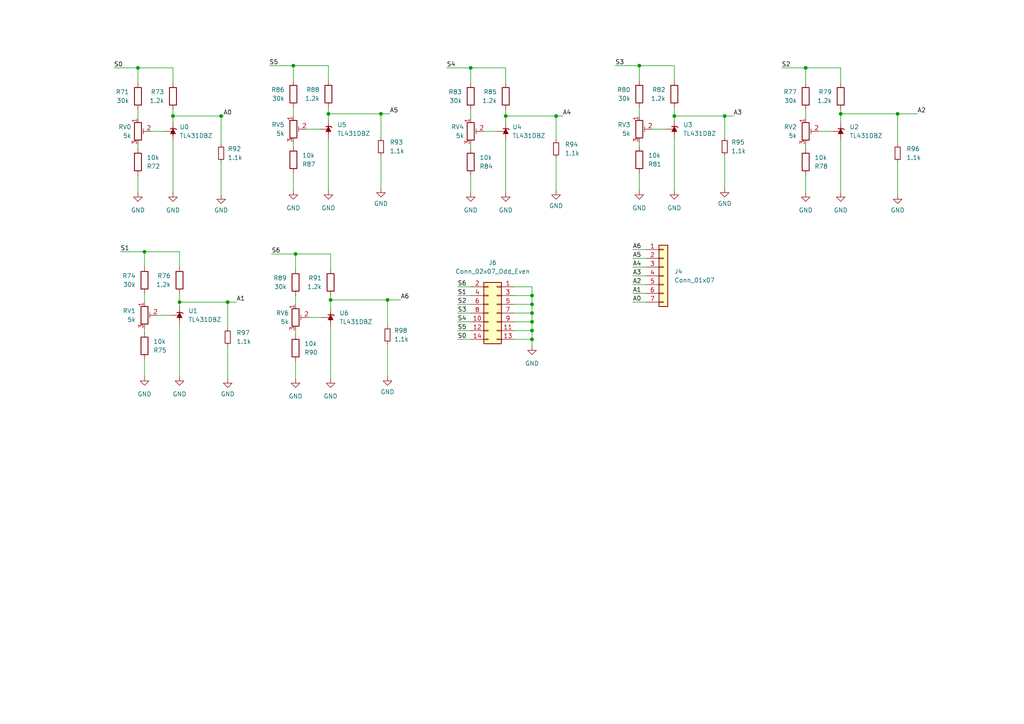
<source format=kicad_sch>
(kicad_sch (version 20211123) (generator eeschema)
  (paper "A4")
  (lib_symbols
    (symbol "Connector_Generic:Conn_01x07" (pin_names (offset 1.016) hide)
      (property "Reference" "J" (at 0 10.16 0))
      (property "Value" "Conn_01x07" (at 0 -10.16 0))
      (symbol "Conn_01x07_1_1"
        (rectangle (start -1.27 -7.493) (end 0 -7.747) (stroke (width 0.1524)))
        (rectangle (start -1.27 -4.953) (end 0 -5.207) (stroke (width 0.1524)))
        (rectangle (start -1.27 -2.413) (end 0 -2.667) (stroke (width 0.1524)))
        (rectangle (start -1.27 0.127) (end 0 -0.127) (stroke (width 0.1524)))
        (rectangle (start -1.27 2.667) (end 0 2.413) (stroke (width 0.1524)))
        (rectangle (start -1.27 5.207) (end 0 4.953) (stroke (width 0.1524)))
        (rectangle (start -1.27 7.747) (end 0 7.493) (stroke (width 0.1524)))
        (rectangle (start -1.27 8.89) (end 1.27 -8.89) (stroke (width 0.254)) (fill (type background)))
        (pin passive line (at -5.08 7.62 0) (length 3.81) (name "Pin_1") (number "1"))
        (pin passive line (at -5.08 5.08 0) (length 3.81) (name "Pin_2") (number "2"))
        (pin passive line (at -5.08 2.54 0) (length 3.81) (name "Pin_3") (number "3"))
        (pin passive line (at -5.08 0 0) (length 3.81) (name "Pin_4") (number "4"))
        (pin passive line (at -5.08 -2.54 0) (length 3.81) (name "Pin_5") (number "5"))
        (pin passive line (at -5.08 -5.08 0) (length 3.81) (name "Pin_6") (number "6"))
        (pin passive line (at -5.08 -7.62 0) (length 3.81) (name "Pin_7") (number "7"))
      )
    )
    (symbol "Connector_Generic:Conn_02x07_Odd_Even" (pin_names (offset 1.016) hide)
      (property "Reference" "J" (at 1.27 10.16 0))
      (property "Value" "Conn_02x07_Odd_Even" (at 1.27 -10.16 0))
      (symbol "Conn_02x07_Odd_Even_1_1"
        (rectangle (start -1.27 -7.493) (end 0 -7.747) (stroke (width 0.1524)))
        (rectangle (start -1.27 -4.953) (end 0 -5.207) (stroke (width 0.1524)))
        (rectangle (start -1.27 -2.413) (end 0 -2.667) (stroke (width 0.1524)))
        (rectangle (start -1.27 0.127) (end 0 -0.127) (stroke (width 0.1524)))
        (rectangle (start -1.27 2.667) (end 0 2.413) (stroke (width 0.1524)))
        (rectangle (start -1.27 5.207) (end 0 4.953) (stroke (width 0.1524)))
        (rectangle (start -1.27 7.747) (end 0 7.493) (stroke (width 0.1524)))
        (rectangle (start -1.27 8.89) (end 3.81 -8.89) (stroke (width 0.254)) (fill (type background)))
        (rectangle (start 3.81 -7.493) (end 2.54 -7.747) (stroke (width 0.1524)))
        (rectangle (start 3.81 -4.953) (end 2.54 -5.207) (stroke (width 0.1524)))
        (rectangle (start 3.81 -2.413) (end 2.54 -2.667) (stroke (width 0.1524)))
        (rectangle (start 3.81 0.127) (end 2.54 -0.127) (stroke (width 0.1524)))
        (rectangle (start 3.81 2.667) (end 2.54 2.413) (stroke (width 0.1524)))
        (rectangle (start 3.81 5.207) (end 2.54 4.953) (stroke (width 0.1524)))
        (rectangle (start 3.81 7.747) (end 2.54 7.493) (stroke (width 0.1524)))
        (pin passive line (at -5.08 7.62 0) (length 3.81) (name "Pin_1") (number "1"))
        (pin passive line (at 7.62 -2.54 180) (length 3.81) (name "Pin_10") (number "10"))
        (pin passive line (at -5.08 -5.08 0) (length 3.81) (name "Pin_11") (number "11"))
        (pin passive line (at 7.62 -5.08 180) (length 3.81) (name "Pin_12") (number "12"))
        (pin passive line (at -5.08 -7.62 0) (length 3.81) (name "Pin_13") (number "13"))
        (pin passive line (at 7.62 -7.62 180) (length 3.81) (name "Pin_14") (number "14"))
        (pin passive line (at 7.62 7.62 180) (length 3.81) (name "Pin_2") (number "2"))
        (pin passive line (at -5.08 5.08 0) (length 3.81) (name "Pin_3") (number "3"))
        (pin passive line (at 7.62 5.08 180) (length 3.81) (name "Pin_4") (number "4"))
        (pin passive line (at -5.08 2.54 0) (length 3.81) (name "Pin_5") (number "5"))
        (pin passive line (at 7.62 2.54 180) (length 3.81) (name "Pin_6") (number "6"))
        (pin passive line (at -5.08 0 0) (length 3.81) (name "Pin_7") (number "7"))
        (pin passive line (at 7.62 0 180) (length 3.81) (name "Pin_8") (number "8"))
        (pin passive line (at -5.08 -2.54 0) (length 3.81) (name "Pin_9") (number "9"))
      )
    )
    (symbol "Device:R" (pin_numbers hide) (pin_names (offset 0))
      (property "Reference" "R" (at 2.032 0 90))
      (property "Value" "R" (at 0 0 90))
      (symbol "R_0_1"
        (rectangle (start -1.016 -2.54) (end 1.016 2.54) (stroke (width 0.254)))
      )
      (symbol "R_1_1"
        (pin passive line (at 0 3.81 270) (length 1.27) (name "~") (number "1"))
        (pin passive line (at 0 -3.81 90) (length 1.27) (name "~") (number "2"))
      )
    )
    (symbol "Device:R_Potentiometer_Trim" (pin_names (offset 1.016) hide)
      (property "Reference" "RV" (at -4.445 0 90))
      (property "Value" "R_Potentiometer_Trim" (at -2.54 0 90))
      (symbol "R_Potentiometer_Trim_0_1"
        (polyline (pts (xy 1.524 0.762) (xy 1.524 -0.762)))
        (polyline (pts (xy 2.54 0) (xy 1.524 0)))
        (rectangle (start 1.016 2.54) (end -1.016 -2.54) (stroke (width 0.254)))
      )
      (symbol "R_Potentiometer_Trim_1_1"
        (pin passive line (at 0 3.81 270) (length 1.27) (name "1") (number "1"))
        (pin passive line (at 3.81 0 180) (length 1.27) (name "2") (number "2"))
        (pin passive line (at 0 -3.81 90) (length 1.27) (name "3") (number "3"))
      )
    )
    (symbol "Device:R_Small" (pin_numbers hide) (pin_names (offset 0.254) hide)
      (property "Reference" "R" (at 0.762 0.508 0))
      (property "Value" "R_Small" (at 0.762 -1.016 0))
      (symbol "R_Small_0_1"
        (rectangle (start -0.762 1.778) (end 0.762 -1.778) (stroke (width 0.2032)))
      )
      (symbol "R_Small_1_1"
        (pin passive line (at 0 2.54 270) (length 0.762) (name "~") (number "1"))
        (pin passive line (at 0 -2.54 90) (length 0.762) (name "~") (number "2"))
      )
    )
    (symbol "Reference_Voltage:TL431DBZ" (pin_numbers hide) (pin_names hide)
      (property "Reference" "U" (at -2.54 2.54 0))
      (property "Value" "TL431DBZ" (at 0 -2.54 0))
      (symbol "TL431DBZ_0_1"
        (polyline (pts (xy -1.27 0) (xy 0 0) (xy 1.27 0)))
        (polyline (pts (xy -0.762 0.762) (xy 0.762 0) (xy -0.762 -0.762)) (fill (type outline)))
        (polyline (pts (xy 0.508 -1.016) (xy 0.762 -0.762) (xy 0.762 0.762) (xy 0.762 0.762)) (stroke (width 0.254)))
      )
      (symbol "TL431DBZ_1_1"
        (pin passive line (at 2.54 0 180) (length 2.54) (name "K") (number "1"))
        (pin passive line (at 0 2.54 270) (length 2.54) (name "REF") (number "2"))
        (pin passive line (at -2.54 0 0) (length 2.54) (name "A") (number "3"))
      )
    )
    (symbol "power:GND" (power) (pin_names (offset 0))
      (property "Value" "GND" (at 0 -3.81 0))
      (symbol "GND_0_1"
        (polyline (pts (xy 0 0) (xy 0 -1.27) (xy 1.27 -1.27) (xy 0 -2.54) (xy -1.27 -1.27) (xy 0 -1.27)))
      )
      (symbol "GND_1_1"
        (pin power_in line (at 0 0 270) (length 0) hide (name "GND") (number "1"))
      )
    )
  )
  (junction (at 110.49 33.02))
  (junction (at 95.25 33.02))
  (junction (at 146.685 33.655))
  (junction (at 66.04 87.63))
  (junction (at 52.07 87.63))
  (junction (at 85.09 19.05))
  (junction (at 95.885 86.995))
  (junction (at 154.305 93.345))
  (junction (at 64.135 33.655))
  (junction (at 195.58 33.655))
  (junction (at 154.305 95.885))
  (junction (at 50.165 33.655))
  (junction (at 41.91 73.025))
  (junction (at 40.005 19.685))
  (junction (at 233.68 19.685))
  (junction (at 85.725 73.66))
  (junction (at 161.29 33.655))
  (junction (at 136.525 19.685))
  (junction (at 185.42 19.05))
  (junction (at 210.185 33.655))
  (junction (at 260.35 33.02))
  (junction (at 243.84 33.02))
  (junction (at 154.305 88.265))
  (junction (at 112.395 86.995))
  (junction (at 154.305 85.725))
  (junction (at 154.305 90.805))
  (junction (at 154.305 98.425))
  (wire (pts (xy 243.84 40.64) (xy 243.84 55.88)))
  (wire (pts (xy 50.165 31.75) (xy 50.165 33.655)))
  (wire (pts (xy 260.35 33.02) (xy 266.065 33.02)))
  (wire (pts (xy 183.515 82.55) (xy 187.325 82.55)))
  (wire (pts (xy 185.42 19.05) (xy 185.42 23.495)))
  (wire (pts (xy 95.25 23.495) (xy 95.25 19.05)))
  (wire (pts (xy 183.515 72.39) (xy 187.325 72.39)))
  (wire (pts (xy 237.49 38.1) (xy 241.3 38.1)))
  (wire (pts (xy 66.04 100.33) (xy 66.04 109.855)))
  (wire (pts (xy 95.885 73.66) (xy 85.725 73.66)))
  (wire (pts (xy 52.07 73.025) (xy 41.91 73.025)))
  (wire (pts (xy 95.885 86.995) (xy 95.885 89.535)))
  (wire (pts (xy 136.525 41.91) (xy 136.525 43.18)))
  (wire (pts (xy 189.23 37.465) (xy 193.04 37.465)))
  (wire (pts (xy 110.49 33.02) (xy 113.03 33.02)))
  (wire (pts (xy 183.515 74.93) (xy 187.325 74.93)))
  (wire (pts (xy 243.84 24.13) (xy 243.84 19.685)))
  (wire (pts (xy 149.225 83.185) (xy 154.305 83.185)))
  (wire (pts (xy 154.305 95.885) (xy 154.305 93.345)))
  (wire (pts (xy 243.84 19.685) (xy 233.68 19.685)))
  (wire (pts (xy 183.515 85.09) (xy 187.325 85.09)))
  (wire (pts (xy 85.725 104.775) (xy 85.725 109.855)))
  (wire (pts (xy 52.07 87.63) (xy 52.07 88.9)))
  (wire (pts (xy 40.005 50.8) (xy 40.005 55.88)))
  (wire (pts (xy 89.535 92.075) (xy 93.345 92.075)))
  (wire (pts (xy 33.02 19.685) (xy 40.005 19.685)))
  (wire (pts (xy 154.305 90.805) (xy 154.305 88.265)))
  (wire (pts (xy 161.29 33.655) (xy 163.195 33.655)))
  (wire (pts (xy 78.74 73.66) (xy 85.725 73.66)))
  (wire (pts (xy 183.515 87.63) (xy 187.325 87.63)))
  (wire (pts (xy 50.165 33.655) (xy 64.135 33.655)))
  (wire (pts (xy 95.25 31.115) (xy 95.25 33.02)))
  (wire (pts (xy 85.725 95.885) (xy 85.725 97.155)))
  (wire (pts (xy 195.58 33.655) (xy 195.58 34.925)))
  (wire (pts (xy 136.525 50.8) (xy 136.525 55.88)))
  (wire (pts (xy 45.72 91.44) (xy 49.53 91.44)))
  (wire (pts (xy 154.305 93.345) (xy 154.305 90.805)))
  (wire (pts (xy 95.885 78.105) (xy 95.885 73.66)))
  (wire (pts (xy 183.515 80.01) (xy 187.325 80.01)))
  (wire (pts (xy 149.225 90.805) (xy 154.305 90.805)))
  (wire (pts (xy 195.58 31.115) (xy 195.58 33.655)))
  (wire (pts (xy 129.54 19.685) (xy 136.525 19.685)))
  (wire (pts (xy 66.04 87.63) (xy 66.04 95.25)))
  (wire (pts (xy 64.135 33.655) (xy 64.77 33.655)))
  (wire (pts (xy 243.84 33.02) (xy 243.84 35.56)))
  (wire (pts (xy 95.25 33.02) (xy 110.49 33.02)))
  (wire (pts (xy 210.185 33.655) (xy 212.725 33.655)))
  (wire (pts (xy 52.07 77.47) (xy 52.07 73.025)))
  (wire (pts (xy 112.395 86.995) (xy 116.205 86.995)))
  (wire (pts (xy 146.685 33.655) (xy 161.29 33.655)))
  (wire (pts (xy 41.91 95.25) (xy 41.91 96.52)))
  (wire (pts (xy 185.42 41.275) (xy 185.42 42.545)))
  (wire (pts (xy 41.91 73.025) (xy 41.91 77.47)))
  (wire (pts (xy 210.185 45.085) (xy 210.185 54.61)))
  (wire (pts (xy 243.84 31.75) (xy 243.84 33.02)))
  (wire (pts (xy 233.68 50.8) (xy 233.68 55.88)))
  (wire (pts (xy 40.005 41.91) (xy 40.005 43.18)))
  (wire (pts (xy 50.165 19.685) (xy 40.005 19.685)))
  (wire (pts (xy 154.305 98.425) (xy 154.305 95.885)))
  (wire (pts (xy 52.07 85.09) (xy 52.07 87.63)))
  (wire (pts (xy 95.25 40.005) (xy 95.25 55.245)))
  (wire (pts (xy 185.42 50.165) (xy 185.42 55.245)))
  (wire (pts (xy 195.58 19.05) (xy 185.42 19.05)))
  (wire (pts (xy 40.005 19.685) (xy 40.005 24.13)))
  (wire (pts (xy 154.305 100.33) (xy 154.305 98.425)))
  (wire (pts (xy 195.58 33.655) (xy 210.185 33.655)))
  (wire (pts (xy 146.685 31.75) (xy 146.685 33.655)))
  (wire (pts (xy 132.715 98.425) (xy 136.525 98.425)))
  (wire (pts (xy 95.25 19.05) (xy 85.09 19.05)))
  (wire (pts (xy 95.25 33.02) (xy 95.25 34.925)))
  (wire (pts (xy 154.305 85.725) (xy 154.305 83.185)))
  (wire (pts (xy 243.84 33.02) (xy 260.35 33.02)))
  (wire (pts (xy 110.49 45.085) (xy 110.49 54.61)))
  (wire (pts (xy 41.91 104.14) (xy 41.91 109.22)))
  (wire (pts (xy 195.58 23.495) (xy 195.58 19.05)))
  (wire (pts (xy 233.68 31.75) (xy 233.68 34.29)))
  (wire (pts (xy 40.005 31.75) (xy 40.005 34.29)))
  (wire (pts (xy 132.715 95.885) (xy 136.525 95.885)))
  (wire (pts (xy 183.515 77.47) (xy 187.325 77.47)))
  (wire (pts (xy 149.225 95.885) (xy 154.305 95.885)))
  (wire (pts (xy 260.35 33.02) (xy 260.35 41.91)))
  (wire (pts (xy 146.685 40.64) (xy 146.685 55.88)))
  (wire (pts (xy 195.58 40.005) (xy 195.58 55.245)))
  (wire (pts (xy 95.885 94.615) (xy 95.885 109.855)))
  (wire (pts (xy 136.525 19.685) (xy 136.525 24.13)))
  (wire (pts (xy 146.685 19.685) (xy 136.525 19.685)))
  (wire (pts (xy 132.715 85.725) (xy 136.525 85.725)))
  (wire (pts (xy 132.715 90.805) (xy 136.525 90.805)))
  (wire (pts (xy 64.135 46.99) (xy 64.135 56.515)))
  (wire (pts (xy 161.29 45.72) (xy 161.29 55.245)))
  (wire (pts (xy 161.29 33.655) (xy 161.29 40.64)))
  (wire (pts (xy 64.135 41.91) (xy 64.135 33.655)))
  (wire (pts (xy 50.165 24.13) (xy 50.165 19.685)))
  (wire (pts (xy 95.885 85.725) (xy 95.885 86.995)))
  (wire (pts (xy 154.305 88.265) (xy 154.305 85.725)))
  (wire (pts (xy 140.335 38.1) (xy 144.145 38.1)))
  (wire (pts (xy 43.815 38.1) (xy 47.625 38.1)))
  (wire (pts (xy 149.225 98.425) (xy 154.305 98.425)))
  (wire (pts (xy 149.225 88.265) (xy 154.305 88.265)))
  (wire (pts (xy 85.09 31.115) (xy 85.09 33.655)))
  (wire (pts (xy 66.04 87.63) (xy 68.58 87.63)))
  (wire (pts (xy 132.715 88.265) (xy 136.525 88.265)))
  (wire (pts (xy 178.435 19.05) (xy 185.42 19.05)))
  (wire (pts (xy 146.685 24.13) (xy 146.685 19.685)))
  (wire (pts (xy 132.715 83.185) (xy 136.525 83.185)))
  (wire (pts (xy 226.695 19.685) (xy 233.68 19.685)))
  (wire (pts (xy 41.91 85.09) (xy 41.91 87.63)))
  (wire (pts (xy 78.105 19.05) (xy 85.09 19.05)))
  (wire (pts (xy 233.68 41.91) (xy 233.68 43.18)))
  (wire (pts (xy 88.9 37.465) (xy 92.71 37.465)))
  (wire (pts (xy 149.225 85.725) (xy 154.305 85.725)))
  (wire (pts (xy 110.49 33.02) (xy 110.49 40.005)))
  (wire (pts (xy 85.725 85.725) (xy 85.725 88.265)))
  (wire (pts (xy 85.725 73.66) (xy 85.725 78.105)))
  (wire (pts (xy 210.185 40.005) (xy 210.185 33.655)))
  (wire (pts (xy 52.07 93.98) (xy 52.07 109.22)))
  (wire (pts (xy 132.715 93.345) (xy 136.525 93.345)))
  (wire (pts (xy 112.395 86.995) (xy 112.395 94.615)))
  (wire (pts (xy 185.42 31.115) (xy 185.42 33.655)))
  (wire (pts (xy 233.68 19.685) (xy 233.68 24.13)))
  (wire (pts (xy 260.35 46.99) (xy 260.35 56.515)))
  (wire (pts (xy 50.165 40.64) (xy 50.165 55.88)))
  (wire (pts (xy 136.525 31.75) (xy 136.525 34.29)))
  (wire (pts (xy 34.925 73.025) (xy 41.91 73.025)))
  (wire (pts (xy 85.09 41.275) (xy 85.09 42.545)))
  (wire (pts (xy 112.395 99.695) (xy 112.395 109.22)))
  (wire (pts (xy 149.225 93.345) (xy 154.305 93.345)))
  (wire (pts (xy 50.165 33.655) (xy 50.165 35.56)))
  (wire (pts (xy 95.885 86.995) (xy 112.395 86.995)))
  (wire (pts (xy 85.09 19.05) (xy 85.09 23.495)))
  (wire (pts (xy 52.07 87.63) (xy 66.04 87.63)))
  (wire (pts (xy 146.685 33.655) (xy 146.685 35.56)))
  (wire (pts (xy 85.09 50.165) (xy 85.09 55.245)))
  (label "S1" (at 132.715 85.725 0))
  (label "S5" (at 78.105 19.05 0))
  (label "S6" (at 132.715 83.185 0))
  (label "A1" (at 183.515 85.09 0))
  (label "A5" (at 113.03 33.02 0))
  (label "S3" (at 178.435 19.05 0))
  (label "A6" (at 116.205 86.995 0))
  (label "S2" (at 226.695 19.685 0))
  (label "S2" (at 132.715 88.265 0))
  (label "A1" (at 68.58 87.63 0))
  (label "S5" (at 132.715 95.885 0))
  (label "S6" (at 78.74 73.66 0))
  (label "A4" (at 163.195 33.655 0))
  (label "S0" (at 33.02 19.685 0))
  (label "A3" (at 212.725 33.655 0))
  (label "A3" (at 183.515 80.01 0))
  (label "A5" (at 183.515 74.93 0))
  (label "S0" (at 132.715 98.425 0))
  (label "S1" (at 34.925 73.025 0))
  (label "A2" (at 183.515 82.55 0))
  (label "S4" (at 132.715 93.345 0))
  (label "S4" (at 129.54 19.685 0))
  (label "A0" (at 183.515 87.63 0))
  (label "A6" (at 183.515 72.39 0))
  (label "A0" (at 64.77 33.655 0))
  (label "S3" (at 132.715 90.805 0))
  (label "A2" (at 266.065 33.02 0))
  (label "A4" (at 183.515 77.47 0))
  (symbol (lib_id "Device:R_Small") (at 110.49 42.545 0) (unit 1)
    (property "Reference" "R93" (at 113.03 41.2749 0) (effects (justify left)))
    (property "Value" "1.1k" (at 113.03 43.8149 0) (effects (justify left)))
    (property "Footprint" "Resistor_SMD:R_1206_3216Metric_Pad1.30x1.75mm_HandSolder" (effects hide))
  )
  (symbol (lib_id "Device:R_Potentiometer_Trim") (at 136.525 38.1 0) (unit 1)
    (property "Reference" "RV4" (at 134.62 36.8299 0) (effects (justify right)))
    (property "Value" "5k" (at 134.62 39.3699 0) (effects (justify right)))
    (property "Footprint" "Potentiometer_THT:Potentiometer_Runtron_RM-065_Vertical" (effects hide))
  )
  (symbol (lib_id "Device:R_Small") (at 210.185 42.545 0) (unit 1)
    (property "Reference" "R95" (at 212.09 41.2749 0) (effects (justify left)))
    (property "Value" "1.1k" (at 212.09 43.8149 0) (effects (justify left)))
    (property "Footprint" "Resistor_SMD:R_1206_3216Metric_Pad1.30x1.75mm_HandSolder" (effects hide))
  )
  (symbol (lib_id "Device:R") (at 50.165 27.94 0) (mirror x) (unit 1)
    (property "Reference" "R73" (at 47.625 26.6699 0) (effects (justify right)))
    (property "Value" "1.2k" (at 47.625 29.2099 0) (effects (justify right)))
    (property "Footprint" "Resistor_SMD:R_1206_3216Metric_Pad1.30x1.75mm_HandSolder" (effects hide))
  )
  (symbol (lib_id "power:GND") (at 64.135 56.515 0) (unit 1)
    (property "Reference" "#PWR0129" (effects hide))
    (property "Value" "GND" (at 64.135 60.96 0))
  )
  (symbol (lib_id "power:GND") (at 161.29 55.245 0) (unit 1)
    (property "Reference" "#PWR0130" (effects hide))
    (property "Value" "GND" (at 161.29 59.69 0))
  )
  (symbol (lib_id "power:GND") (at 85.09 55.245 0) (unit 1)
    (property "Reference" "#PWR0120" (effects hide))
    (property "Value" "GND" (at 85.09 60.325 0))
  )
  (symbol (lib_id "Device:R") (at 95.25 27.305 0) (mirror x) (unit 1)
    (property "Reference" "R88" (at 92.71 26.0349 0) (effects (justify right)))
    (property "Value" "1.2k" (at 92.71 28.5749 0) (effects (justify right)))
    (property "Footprint" "Resistor_THT:R_Axial_DIN0207_L6.3mm_D2.5mm_P2.54mm_Vertical" (effects hide))
  )
  (symbol (lib_id "Device:R") (at 95.885 81.915 0) (mirror x) (unit 1)
    (property "Reference" "R91" (at 93.345 80.6449 0) (effects (justify right)))
    (property "Value" "1.2k" (at 93.345 83.1849 0) (effects (justify right)))
    (property "Footprint" "Resistor_SMD:R_1206_3216Metric_Pad1.30x1.75mm_HandSolder" (effects hide))
  )
  (symbol (lib_id "Device:R") (at 40.005 27.94 0) (mirror x) (unit 1)
    (property "Reference" "R71" (at 37.465 26.6699 0) (effects (justify right)))
    (property "Value" "30k" (at 37.465 29.2099 0) (effects (justify right)))
    (property "Footprint" "Resistor_SMD:R_1206_3216Metric_Pad1.30x1.75mm_HandSolder" (effects hide))
  )
  (symbol (lib_id "power:GND") (at 41.91 109.22 0) (unit 1)
    (property "Reference" "#PWR0118" (effects hide))
    (property "Value" "GND" (at 41.91 114.3 0))
  )
  (symbol (lib_id "Device:R") (at 40.005 46.99 0) (mirror y) (unit 1)
    (property "Reference" "R72" (at 42.545 48.2601 0) (effects (justify right)))
    (property "Value" "10k" (at 42.545 45.7201 0) (effects (justify right)))
    (property "Footprint" "Resistor_SMD:R_1206_3216Metric_Pad1.30x1.75mm_HandSolder" (effects hide))
  )
  (symbol (lib_id "Device:R") (at 243.84 27.94 0) (mirror x) (unit 1)
    (property "Reference" "R79" (at 241.3 26.6699 0) (effects (justify right)))
    (property "Value" "1.2k" (at 241.3 29.2099 0) (effects (justify right)))
    (property "Footprint" "Resistor_THT:R_Axial_DIN0207_L6.3mm_D2.5mm_P2.54mm_Vertical" (effects hide))
  )
  (symbol (lib_id "Device:R_Small") (at 112.395 97.155 0) (unit 1)
    (property "Reference" "R98" (at 114.3 95.8849 0) (effects (justify left)))
    (property "Value" "1.1k" (at 114.3 98.4249 0) (effects (justify left)))
    (property "Footprint" "Resistor_SMD:R_1206_3216Metric_Pad1.30x1.75mm_HandSolder" (effects hide))
  )
  (symbol (lib_id "Device:R") (at 85.725 100.965 0) (mirror y) (unit 1)
    (property "Reference" "R90" (at 88.265 102.2351 0) (effects (justify right)))
    (property "Value" "10k" (at 88.265 99.6951 0) (effects (justify right)))
    (property "Footprint" "Resistor_SMD:R_1206_3216Metric_Pad1.30x1.75mm_HandSolder" (effects hide))
  )
  (symbol (lib_id "Device:R") (at 233.68 46.99 0) (mirror y) (unit 1)
    (property "Reference" "R78" (at 236.22 48.2601 0) (effects (justify right)))
    (property "Value" "10k" (at 236.22 45.7201 0) (effects (justify right)))
    (property "Footprint" "Resistor_SMD:R_1206_3216Metric_Pad1.30x1.75mm_HandSolder" (effects hide))
  )
  (symbol (lib_id "power:GND") (at 210.185 54.61 0) (unit 1)
    (property "Reference" "#PWR0131" (effects hide))
    (property "Value" "GND" (at 210.185 59.055 0))
  )
  (symbol (lib_id "power:GND") (at 40.005 55.88 0) (unit 1)
    (property "Reference" "#PWR0125" (effects hide))
    (property "Value" "GND" (at 40.005 60.96 0))
  )
  (symbol (lib_id "Device:R") (at 195.58 27.305 0) (mirror x) (unit 1)
    (property "Reference" "R82" (at 193.04 26.0349 0) (effects (justify right)))
    (property "Value" "1.2k" (at 193.04 28.5749 0) (effects (justify right)))
    (property "Footprint" "Resistor_THT:R_Axial_DIN0207_L6.3mm_D2.5mm_P2.54mm_Vertical" (effects hide))
  )
  (symbol (lib_id "power:GND") (at 50.165 55.88 0) (unit 1)
    (property "Reference" "#PWR0126" (effects hide))
    (property "Value" "GND" (at 50.165 60.96 0))
  )
  (symbol (lib_id "power:GND") (at 195.58 55.245 0) (unit 1)
    (property "Reference" "#PWR0111" (effects hide))
    (property "Value" "GND" (at 195.58 60.325 0))
  )
  (symbol (lib_id "Reference_Voltage:TL431DBZ") (at 195.58 37.465 90) (unit 1)
    (property "Reference" "U3" (at 198.12 36.1949 90) (effects (justify right)))
    (property "Value" "TL431DBZ" (at 198.12 38.7349 90) (effects (justify right)))
    (property "Footprint" "Package_TO_SOT_SMD:SOT-23_Handsoldering" (effects hide))
    (property "Datasheet" "http://www.ti.com/lit/ds/symlink/tl431.pdf" (effects hide))
  )
  (symbol (lib_id "power:GND") (at 146.685 55.88 0) (unit 1)
    (property "Reference" "#PWR0123" (effects hide))
    (property "Value" "GND" (at 146.685 60.96 0))
  )
  (symbol (lib_id "power:GND") (at 136.525 55.88 0) (unit 1)
    (property "Reference" "#PWR0124" (effects hide))
    (property "Value" "GND" (at 136.525 60.96 0))
  )
  (symbol (lib_id "power:GND") (at 233.68 55.88 0) (unit 1)
    (property "Reference" "#PWR0114" (effects hide))
    (property "Value" "GND" (at 233.68 60.96 0))
  )
  (symbol (lib_id "Device:R_Small") (at 161.29 43.18 0) (unit 1)
    (property "Reference" "R94" (at 163.83 41.9099 0) (effects (justify left)))
    (property "Value" "1.1k" (at 163.83 44.4499 0) (effects (justify left)))
    (property "Footprint" "Resistor_SMD:R_1206_3216Metric_Pad1.30x1.75mm_HandSolder" (effects hide))
  )
  (symbol (lib_id "Device:R") (at 52.07 81.28 0) (mirror x) (unit 1)
    (property "Reference" "R76" (at 49.53 80.0099 0) (effects (justify right)))
    (property "Value" "1.2k" (at 49.53 82.5499 0) (effects (justify right)))
    (property "Footprint" "Resistor_SMD:R_1206_3216Metric_Pad1.30x1.75mm_HandSolder" (effects hide))
  )
  (symbol (lib_id "Device:R") (at 41.91 81.28 0) (mirror x) (unit 1)
    (property "Reference" "R74" (at 39.37 80.0099 0) (effects (justify right)))
    (property "Value" "30k" (at 39.37 82.5499 0) (effects (justify right)))
    (property "Footprint" "Resistor_SMD:R_1206_3216Metric_Pad1.30x1.75mm_HandSolder" (effects hide))
  )
  (symbol (lib_id "Device:R_Potentiometer_Trim") (at 185.42 37.465 0) (unit 1)
    (property "Reference" "RV3" (at 182.88 36.1949 0) (effects (justify right)))
    (property "Value" "5k" (at 182.88 38.7349 0) (effects (justify right)))
    (property "Footprint" "Potentiometer_THT:Potentiometer_Runtron_RM-065_Vertical" (effects hide))
  )
  (symbol (lib_id "power:GND") (at 185.42 55.245 0) (unit 1)
    (property "Reference" "#PWR0122" (effects hide))
    (property "Value" "GND" (at 185.42 60.325 0))
  )
  (symbol (lib_id "Device:R") (at 85.09 46.355 0) (mirror y) (unit 1)
    (property "Reference" "R87" (at 87.63 47.6251 0) (effects (justify right)))
    (property "Value" "10k" (at 87.63 45.0851 0) (effects (justify right)))
    (property "Footprint" "Resistor_SMD:R_1206_3216Metric_Pad1.30x1.75mm_HandSolder" (effects hide))
  )
  (symbol (lib_id "power:GND") (at 243.84 55.88 0) (unit 1)
    (property "Reference" "#PWR0115" (effects hide))
    (property "Value" "GND" (at 243.84 60.96 0))
  )
  (symbol (lib_id "Device:R_Potentiometer_Trim") (at 233.68 38.1 0) (unit 1)
    (property "Reference" "RV2" (at 231.14 36.8299 0) (effects (justify right)))
    (property "Value" "5k" (at 231.14 39.3699 0) (effects (justify right)))
    (property "Footprint" "Potentiometer_THT:Potentiometer_Runtron_RM-065_Vertical" (effects hide))
  )
  (symbol (lib_id "Device:R") (at 185.42 27.305 0) (mirror x) (unit 1)
    (property "Reference" "R80" (at 182.88 26.0349 0) (effects (justify right)))
    (property "Value" "30k" (at 182.88 28.5749 0) (effects (justify right)))
    (property "Footprint" "Resistor_SMD:R_1206_3216Metric_Pad1.30x1.75mm_HandSolder" (effects hide))
  )
  (symbol (lib_id "Device:R_Potentiometer_Trim") (at 41.91 91.44 0) (unit 1)
    (property "Reference" "RV1" (at 39.37 90.1699 0) (effects (justify right)))
    (property "Value" "5k" (at 39.37 92.7099 0) (effects (justify right)))
    (property "Footprint" "Potentiometer_THT:Potentiometer_Runtron_RM-065_Vertical" (effects hide))
  )
  (symbol (lib_id "Reference_Voltage:TL431DBZ") (at 146.685 38.1 90) (unit 1)
    (property "Reference" "U4" (at 148.59 36.8299 90) (effects (justify right)))
    (property "Value" "TL431DBZ" (at 148.59 39.3699 90) (effects (justify right)))
    (property "Footprint" "Package_TO_SOT_SMD:SOT-23_Handsoldering" (effects hide))
    (property "Datasheet" "http://www.ti.com/lit/ds/symlink/tl431.pdf" (effects hide))
  )
  (symbol (lib_id "Device:R") (at 136.525 46.99 0) (mirror y) (unit 1)
    (property "Reference" "R84" (at 139.065 48.2601 0) (effects (justify right)))
    (property "Value" "10k" (at 139.065 45.7201 0) (effects (justify right)))
    (property "Footprint" "Resistor_SMD:R_1206_3216Metric_Pad1.30x1.75mm_HandSolder" (effects hide))
  )
  (symbol (lib_id "Device:R_Small") (at 64.135 44.45 0) (unit 1)
    (property "Reference" "R92" (at 66.04 43.1799 0) (effects (justify left)))
    (property "Value" "1.1k" (at 66.04 45.7199 0) (effects (justify left)))
    (property "Footprint" "Resistor_SMD:R_1206_3216Metric_Pad1.30x1.75mm_HandSolder" (effects hide))
  )
  (symbol (lib_id "Reference_Voltage:TL431DBZ") (at 52.07 91.44 90) (unit 1)
    (property "Reference" "U1" (at 54.61 90.1699 90) (effects (justify right)))
    (property "Value" "TL431DBZ" (at 54.61 92.7099 90) (effects (justify right)))
    (property "Footprint" "Package_TO_SOT_SMD:SOT-23_Handsoldering" (effects hide))
    (property "Datasheet" "http://www.ti.com/lit/ds/symlink/tl431.pdf" (effects hide))
  )
  (symbol (lib_id "power:GND") (at 85.725 109.855 0) (unit 1)
    (property "Reference" "#PWR0116" (effects hide))
    (property "Value" "GND" (at 85.725 114.935 0))
  )
  (symbol (lib_id "power:GND") (at 110.49 54.61 0) (unit 1)
    (property "Reference" "#PWR0133" (effects hide))
    (property "Value" "GND" (at 110.49 59.055 0))
  )
  (symbol (lib_id "Reference_Voltage:TL431DBZ") (at 95.25 37.465 90) (unit 1)
    (property "Reference" "U5" (at 97.79 36.1949 90) (effects (justify right)))
    (property "Value" "TL431DBZ" (at 97.79 38.7349 90) (effects (justify right)))
    (property "Footprint" "Package_TO_SOT_SMD:SOT-23_Handsoldering" (effects hide))
    (property "Datasheet" "http://www.ti.com/lit/ds/symlink/tl431.pdf" (effects hide))
  )
  (symbol (lib_id "Device:R") (at 233.68 27.94 0) (mirror x) (unit 1)
    (property "Reference" "R77" (at 231.14 26.6699 0) (effects (justify right)))
    (property "Value" "30k" (at 231.14 29.2099 0) (effects (justify right)))
    (property "Footprint" "Resistor_SMD:R_1206_3216Metric_Pad1.30x1.75mm_HandSolder" (effects hide))
  )
  (symbol (lib_id "power:GND") (at 112.395 109.22 0) (unit 1)
    (property "Reference" "#PWR0134" (effects hide))
    (property "Value" "GND" (at 112.395 113.665 0))
  )
  (symbol (lib_id "Connector_Generic:Conn_01x07") (at 192.405 80.01 0) (unit 1)
    (property "Reference" "J4" (at 195.58 78.7399 0) (effects (justify left)))
    (property "Value" "Conn_01x07" (at 195.58 81.2799 0) (effects (justify left)))
    (property "Footprint" "Connector_PinHeader_2.54mm:PinHeader_1x07_P2.54mm_Vertical" (effects hide))
  )
  (symbol (lib_id "power:GND") (at 66.04 109.855 0) (unit 1)
    (property "Reference" "#PWR0128" (effects hide))
    (property "Value" "GND" (at 66.04 114.3 0))
  )
  (symbol (lib_id "Device:R") (at 85.09 27.305 0) (mirror x) (unit 1)
    (property "Reference" "R86" (at 82.55 26.0349 0) (effects (justify right)))
    (property "Value" "30k" (at 82.55 28.5749 0) (effects (justify right)))
    (property "Footprint" "Resistor_SMD:R_1206_3216Metric_Pad1.30x1.75mm_HandSolder" (effects hide))
  )
  (symbol (lib_id "Device:R") (at 146.685 27.94 0) (mirror x) (unit 1)
    (property "Reference" "R85" (at 144.145 26.6699 0) (effects (justify right)))
    (property "Value" "1.2k" (at 144.145 29.2099 0) (effects (justify right)))
    (property "Footprint" "Resistor_THT:R_Axial_DIN0207_L6.3mm_D2.5mm_P2.54mm_Vertical" (effects hide))
  )
  (symbol (lib_id "Device:R") (at 41.91 100.33 0) (mirror y) (unit 1)
    (property "Reference" "R75" (at 44.45 101.6001 0) (effects (justify right)))
    (property "Value" "10k" (at 44.45 99.0601 0) (effects (justify right)))
    (property "Footprint" "Resistor_SMD:R_1206_3216Metric_Pad1.30x1.75mm_HandSolder" (effects hide))
  )
  (symbol (lib_id "Device:R_Potentiometer_Trim") (at 85.725 92.075 0) (unit 1)
    (property "Reference" "RV6" (at 83.82 90.8049 0) (effects (justify right)))
    (property "Value" "5k" (at 83.82 93.3449 0) (effects (justify right)))
    (property "Footprint" "Potentiometer_THT:Potentiometer_Runtron_RM-065_Vertical" (effects hide))
  )
  (symbol (lib_id "Reference_Voltage:TL431DBZ") (at 95.885 92.075 90) (unit 1)
    (property "Reference" "U6" (at 98.425 90.8049 90) (effects (justify right)))
    (property "Value" "TL431DBZ" (at 98.425 93.3449 90) (effects (justify right)))
    (property "Footprint" "Package_TO_SOT_SMD:SOT-23_Handsoldering" (effects hide))
    (property "Datasheet" "http://www.ti.com/lit/ds/symlink/tl431.pdf" (effects hide))
  )
  (symbol (lib_id "Device:R") (at 185.42 46.355 0) (mirror y) (unit 1)
    (property "Reference" "R81" (at 187.96 47.6251 0) (effects (justify right)))
    (property "Value" "10k" (at 187.96 45.0851 0) (effects (justify right)))
    (property "Footprint" "Resistor_SMD:R_1206_3216Metric_Pad1.30x1.75mm_HandSolder" (effects hide))
  )
  (symbol (lib_id "power:GND") (at 154.305 100.33 0) (unit 1)
    (property "Reference" "#PWR0127" (effects hide))
    (property "Value" "GND" (at 154.305 105.41 0))
  )
  (symbol (lib_id "Device:R_Potentiometer_Trim") (at 40.005 38.1 0) (unit 1)
    (property "Reference" "RV0" (at 38.1 36.8299 0) (effects (justify right)))
    (property "Value" "5k" (at 38.1 39.3699 0) (effects (justify right)))
    (property "Footprint" "Potentiometer_THT:Potentiometer_Runtron_RM-065_Vertical" (effects hide))
  )
  (symbol (lib_id "Connector_Generic:Conn_02x07_Odd_Even") (at 144.145 90.805 0) (mirror y) (unit 1)
    (property "Reference" "J6" (at 142.875 76.2 0))
    (property "Value" "Conn_02x07_Odd_Even" (at 142.875 78.74 0))
    (property "Footprint" "Connector_PinSocket_2.54mm:PinSocket_2x07_P2.54mm_Vertical" (effects hide))
  )
  (symbol (lib_id "power:GND") (at 95.25 55.245 0) (unit 1)
    (property "Reference" "#PWR0121" (effects hide))
    (property "Value" "GND" (at 95.25 60.325 0))
  )
  (symbol (lib_id "Reference_Voltage:TL431DBZ") (at 243.84 38.1 90) (unit 1)
    (property "Reference" "U2" (at 246.38 36.8299 90) (effects (justify right)))
    (property "Value" "TL431DBZ" (at 246.38 39.3699 90) (effects (justify right)))
    (property "Footprint" "Package_TO_SOT_SMD:SOT-23_Handsoldering" (effects hide))
    (property "Datasheet" "http://www.ti.com/lit/ds/symlink/tl431.pdf" (effects hide))
  )
  (symbol (lib_id "power:GND") (at 95.885 109.855 0) (unit 1)
    (property "Reference" "#PWR0117" (effects hide))
    (property "Value" "GND" (at 95.885 114.935 0))
  )
  (symbol (lib_id "power:GND") (at 52.07 109.22 0) (unit 1)
    (property "Reference" "#PWR0119" (effects hide))
    (property "Value" "GND" (at 52.07 114.3 0))
  )
  (symbol (lib_id "Device:R") (at 85.725 81.915 0) (mirror x) (unit 1)
    (property "Reference" "R89" (at 83.185 80.6449 0) (effects (justify right)))
    (property "Value" "30k" (at 83.185 83.1849 0) (effects (justify right)))
    (property "Footprint" "Resistor_SMD:R_1206_3216Metric_Pad1.30x1.75mm_HandSolder" (effects hide))
  )
  (symbol (lib_id "power:GND") (at 260.35 56.515 0) (unit 1)
    (property "Reference" "#PWR0132" (effects hide))
    (property "Value" "GND" (at 260.35 60.96 0))
  )
  (symbol (lib_id "Reference_Voltage:TL431DBZ") (at 50.165 38.1 90) (unit 1)
    (property "Reference" "U0" (at 52.07 36.8299 90) (effects (justify right)))
    (property "Value" "TL431DBZ" (at 52.07 39.3699 90) (effects (justify right)))
    (property "Footprint" "Package_TO_SOT_SMD:SOT-23_Handsoldering" (effects hide))
    (property "Datasheet" "http://www.ti.com/lit/ds/symlink/tl431.pdf" (effects hide))
  )
  (symbol (lib_id "Device:R_Small") (at 260.35 44.45 0) (unit 1)
    (property "Reference" "R96" (at 262.89 43.1799 0) (effects (justify left)))
    (property "Value" "1.1k" (at 262.89 45.7199 0) (effects (justify left)))
    (property "Footprint" "Resistor_SMD:R_1206_3216Metric_Pad1.30x1.75mm_HandSolder" (effects hide))
  )
  (symbol (lib_id "Device:R_Potentiometer_Trim") (at 85.09 37.465 0) (unit 1)
    (property "Reference" "RV5" (at 82.55 36.1949 0) (effects (justify right)))
    (property "Value" "5k" (at 82.55 38.7349 0) (effects (justify right)))
    (property "Footprint" "Potentiometer_THT:Potentiometer_Runtron_RM-065_Vertical" (effects hide))
  )
  (symbol (lib_id "Device:R") (at 136.525 27.94 0) (mirror x) (unit 1)
    (property "Reference" "R83" (at 133.985 26.6699 0) (effects (justify right)))
    (property "Value" "30k" (at 133.985 29.2099 0) (effects (justify right)))
    (property "Footprint" "Resistor_SMD:R_1206_3216Metric_Pad1.30x1.75mm_HandSolder" (effects hide))
  )
  (symbol (lib_id "Device:R_Small") (at 66.04 97.79 0) (unit 1)
    (property "Reference" "R97" (at 68.58 96.5199 0) (effects (justify left)))
    (property "Value" "1.1k" (at 68.58 99.0599 0) (effects (justify left)))
    (property "Footprint" "Resistor_SMD:R_1206_3216Metric_Pad1.30x1.75mm_HandSolder" (effects hide))
  )
)
</source>
